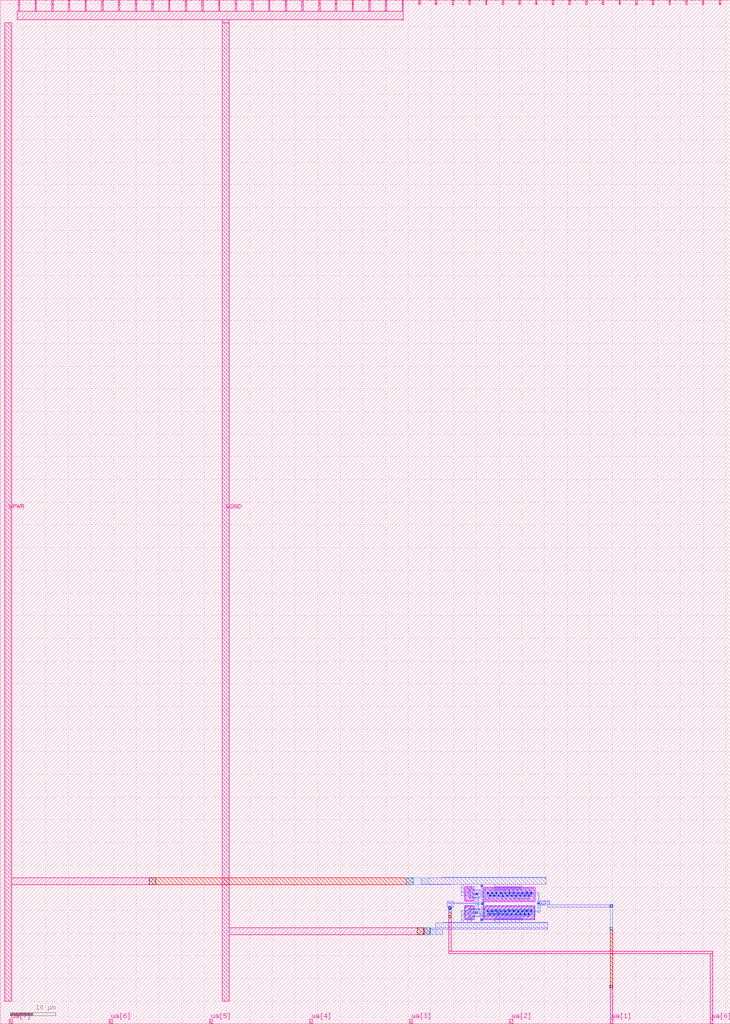
<source format=lef>
VERSION 5.7 ;
  NOWIREEXTENSIONATPIN ON ;
  DIVIDERCHAR "/" ;
  BUSBITCHARS "[]" ;
MACRO tt_um_mattvenn_inverter
  CLASS BLOCK ;
  FOREIGN tt_um_mattvenn_inverter ;
  ORIGIN 0.000 0.000 ;
  SIZE 161.000 BY 225.760 ;
  PIN clk
    DIRECTION INPUT ;
    USE SIGNAL ;
    PORT
      LAYER met4 ;
        RECT 154.870 224.760 155.170 225.760 ;
    END
  END clk
  PIN ena
    DIRECTION INPUT ;
    USE SIGNAL ;
    PORT
      LAYER met4 ;
        RECT 158.550 224.760 158.850 225.760 ;
    END
  END ena
  PIN rst_n
    DIRECTION INPUT ;
    USE SIGNAL ;
    PORT
      LAYER met4 ;
        RECT 151.190 224.760 151.490 225.760 ;
    END
  END rst_n
  PIN ua[0]
    DIRECTION INOUT ;
    USE SIGNAL ;
    ANTENNAGATEAREA 0.300000 ;
    PORT
      LAYER met4 ;
        RECT 156.560 0.000 157.160 1.000 ;
    END
  END ua[0]
  PIN ua[1]
    DIRECTION INOUT ;
    USE SIGNAL ;
    ANTENNADIFFAREA 7.180000 ;
    PORT
      LAYER met4 ;
        RECT 134.480 0.000 135.080 1.000 ;
    END
  END ua[1]
  PIN ua[2]
    DIRECTION INOUT ;
    USE SIGNAL ;
    PORT
      LAYER met4 ;
        RECT 112.400 0.000 113.000 1.000 ;
    END
  END ua[2]
  PIN ua[3]
    DIRECTION INOUT ;
    USE SIGNAL ;
    PORT
      LAYER met4 ;
        RECT 90.320 0.000 90.920 1.000 ;
    END
  END ua[3]
  PIN ua[4]
    DIRECTION INOUT ;
    USE SIGNAL ;
    PORT
      LAYER met4 ;
        RECT 68.240 0.000 68.840 1.000 ;
    END
  END ua[4]
  PIN ua[5]
    DIRECTION INOUT ;
    USE SIGNAL ;
    PORT
      LAYER met4 ;
        RECT 46.160 0.000 46.760 1.000 ;
    END
  END ua[5]
  PIN ua[6]
    DIRECTION INOUT ;
    USE SIGNAL ;
    PORT
      LAYER met4 ;
        RECT 24.080 0.000 24.680 1.000 ;
    END
  END ua[6]
  PIN ua[7]
    DIRECTION INOUT ;
    USE SIGNAL ;
    PORT
      LAYER met4 ;
        RECT 2.000 0.000 2.600 1.000 ;
    END
  END ua[7]
  PIN ui_in[0]
    DIRECTION INPUT ;
    USE SIGNAL ;
    PORT
      LAYER met4 ;
        RECT 147.510 224.760 147.810 225.760 ;
    END
  END ui_in[0]
  PIN ui_in[1]
    DIRECTION INPUT ;
    USE SIGNAL ;
    PORT
      LAYER met4 ;
        RECT 143.830 224.760 144.130 225.760 ;
    END
  END ui_in[1]
  PIN ui_in[2]
    DIRECTION INPUT ;
    USE SIGNAL ;
    PORT
      LAYER met4 ;
        RECT 140.150 224.760 140.450 225.760 ;
    END
  END ui_in[2]
  PIN ui_in[3]
    DIRECTION INPUT ;
    USE SIGNAL ;
    PORT
      LAYER met4 ;
        RECT 136.470 224.760 136.770 225.760 ;
    END
  END ui_in[3]
  PIN ui_in[4]
    DIRECTION INPUT ;
    USE SIGNAL ;
    PORT
      LAYER met4 ;
        RECT 132.790 224.760 133.090 225.760 ;
    END
  END ui_in[4]
  PIN ui_in[5]
    DIRECTION INPUT ;
    USE SIGNAL ;
    PORT
      LAYER met4 ;
        RECT 129.110 224.760 129.410 225.760 ;
    END
  END ui_in[5]
  PIN ui_in[6]
    DIRECTION INPUT ;
    USE SIGNAL ;
    PORT
      LAYER met4 ;
        RECT 125.430 224.760 125.730 225.760 ;
    END
  END ui_in[6]
  PIN ui_in[7]
    DIRECTION INPUT ;
    USE SIGNAL ;
    PORT
      LAYER met4 ;
        RECT 121.750 224.760 122.050 225.760 ;
    END
  END ui_in[7]
  PIN uio_in[0]
    DIRECTION INPUT ;
    USE SIGNAL ;
    PORT
      LAYER met4 ;
        RECT 118.070 224.760 118.370 225.760 ;
    END
  END uio_in[0]
  PIN uio_in[1]
    DIRECTION INPUT ;
    USE SIGNAL ;
    PORT
      LAYER met4 ;
        RECT 114.390 224.760 114.690 225.760 ;
    END
  END uio_in[1]
  PIN uio_in[2]
    DIRECTION INPUT ;
    USE SIGNAL ;
    PORT
      LAYER met4 ;
        RECT 110.710 224.760 111.010 225.760 ;
    END
  END uio_in[2]
  PIN uio_in[3]
    DIRECTION INPUT ;
    USE SIGNAL ;
    PORT
      LAYER met4 ;
        RECT 107.030 224.760 107.330 225.760 ;
    END
  END uio_in[3]
  PIN uio_in[4]
    DIRECTION INPUT ;
    USE SIGNAL ;
    PORT
      LAYER met4 ;
        RECT 103.350 224.760 103.650 225.760 ;
    END
  END uio_in[4]
  PIN uio_in[5]
    DIRECTION INPUT ;
    USE SIGNAL ;
    PORT
      LAYER met4 ;
        RECT 99.670 224.760 99.970 225.760 ;
    END
  END uio_in[5]
  PIN uio_in[6]
    DIRECTION INPUT ;
    USE SIGNAL ;
    PORT
      LAYER met4 ;
        RECT 95.990 224.760 96.290 225.760 ;
    END
  END uio_in[6]
  PIN uio_in[7]
    DIRECTION INPUT ;
    USE SIGNAL ;
    PORT
      LAYER met4 ;
        RECT 92.310 224.760 92.610 225.760 ;
    END
  END uio_in[7]
  PIN uio_oe[0]
    DIRECTION OUTPUT ;
    USE SIGNAL ;
    ANTENNADIFFAREA 9.526400 ;
    PORT
      LAYER met4 ;
        RECT 29.750 224.760 30.050 225.760 ;
    END
  END uio_oe[0]
  PIN uio_oe[1]
    DIRECTION OUTPUT ;
    USE SIGNAL ;
    ANTENNADIFFAREA 9.526400 ;
    PORT
      LAYER met4 ;
        RECT 26.070 224.760 26.370 225.760 ;
    END
  END uio_oe[1]
  PIN uio_oe[2]
    DIRECTION OUTPUT ;
    USE SIGNAL ;
    ANTENNADIFFAREA 9.526400 ;
    PORT
      LAYER met4 ;
        RECT 22.390 224.760 22.690 225.760 ;
    END
  END uio_oe[2]
  PIN uio_oe[3]
    DIRECTION OUTPUT ;
    USE SIGNAL ;
    ANTENNADIFFAREA 9.526400 ;
    PORT
      LAYER met4 ;
        RECT 18.710 224.760 19.010 225.760 ;
    END
  END uio_oe[3]
  PIN uio_oe[4]
    DIRECTION OUTPUT ;
    USE SIGNAL ;
    ANTENNADIFFAREA 9.526400 ;
    PORT
      LAYER met4 ;
        RECT 15.030 224.760 15.330 225.760 ;
    END
  END uio_oe[4]
  PIN uio_oe[5]
    DIRECTION OUTPUT ;
    USE SIGNAL ;
    ANTENNADIFFAREA 9.526400 ;
    PORT
      LAYER met4 ;
        RECT 11.350 224.760 11.650 225.760 ;
    END
  END uio_oe[5]
  PIN uio_oe[6]
    DIRECTION OUTPUT ;
    USE SIGNAL ;
    ANTENNADIFFAREA 9.526400 ;
    PORT
      LAYER met4 ;
        RECT 7.670 224.760 7.970 225.760 ;
    END
  END uio_oe[6]
  PIN uio_oe[7]
    DIRECTION OUTPUT ;
    USE SIGNAL ;
    ANTENNADIFFAREA 9.526400 ;
    PORT
      LAYER met4 ;
        RECT 3.990 224.760 4.290 225.760 ;
    END
  END uio_oe[7]
  PIN uio_out[0]
    DIRECTION OUTPUT ;
    USE SIGNAL ;
    ANTENNADIFFAREA 9.526400 ;
    PORT
      LAYER met4 ;
        RECT 59.190 224.760 59.490 225.760 ;
    END
  END uio_out[0]
  PIN uio_out[1]
    DIRECTION OUTPUT ;
    USE SIGNAL ;
    ANTENNADIFFAREA 9.526400 ;
    PORT
      LAYER met4 ;
        RECT 55.510 224.760 55.810 225.760 ;
    END
  END uio_out[1]
  PIN uio_out[2]
    DIRECTION OUTPUT ;
    USE SIGNAL ;
    ANTENNADIFFAREA 9.526400 ;
    PORT
      LAYER met4 ;
        RECT 51.830 224.760 52.130 225.760 ;
    END
  END uio_out[2]
  PIN uio_out[3]
    DIRECTION OUTPUT ;
    USE SIGNAL ;
    ANTENNADIFFAREA 9.526400 ;
    PORT
      LAYER met4 ;
        RECT 48.150 224.760 48.450 225.760 ;
    END
  END uio_out[3]
  PIN uio_out[4]
    DIRECTION OUTPUT ;
    USE SIGNAL ;
    ANTENNADIFFAREA 9.526400 ;
    PORT
      LAYER met4 ;
        RECT 44.470 224.760 44.770 225.760 ;
    END
  END uio_out[4]
  PIN uio_out[5]
    DIRECTION OUTPUT ;
    USE SIGNAL ;
    ANTENNADIFFAREA 9.526400 ;
    PORT
      LAYER met4 ;
        RECT 40.790 224.760 41.090 225.760 ;
    END
  END uio_out[5]
  PIN uio_out[6]
    DIRECTION OUTPUT ;
    USE SIGNAL ;
    ANTENNADIFFAREA 9.526400 ;
    PORT
      LAYER met4 ;
        RECT 37.110 224.760 37.410 225.760 ;
    END
  END uio_out[6]
  PIN uio_out[7]
    DIRECTION OUTPUT ;
    USE SIGNAL ;
    ANTENNADIFFAREA 9.526400 ;
    PORT
      LAYER met4 ;
        RECT 33.430 224.760 33.730 225.760 ;
    END
  END uio_out[7]
  PIN uo_out[0]
    DIRECTION OUTPUT ;
    USE SIGNAL ;
    ANTENNADIFFAREA 9.526400 ;
    PORT
      LAYER met4 ;
        RECT 88.630 224.760 88.930 225.760 ;
    END
  END uo_out[0]
  PIN uo_out[1]
    DIRECTION OUTPUT ;
    USE SIGNAL ;
    ANTENNADIFFAREA 9.526400 ;
    PORT
      LAYER met4 ;
        RECT 84.950 224.760 85.250 225.760 ;
    END
  END uo_out[1]
  PIN uo_out[2]
    DIRECTION OUTPUT ;
    USE SIGNAL ;
    ANTENNADIFFAREA 9.526400 ;
    PORT
      LAYER met4 ;
        RECT 81.270 224.760 81.570 225.760 ;
    END
  END uo_out[2]
  PIN uo_out[3]
    DIRECTION OUTPUT ;
    USE SIGNAL ;
    ANTENNADIFFAREA 9.526400 ;
    PORT
      LAYER met4 ;
        RECT 77.590 224.760 77.890 225.760 ;
    END
  END uo_out[3]
  PIN uo_out[4]
    DIRECTION OUTPUT ;
    USE SIGNAL ;
    ANTENNADIFFAREA 9.526400 ;
    PORT
      LAYER met4 ;
        RECT 73.910 224.760 74.210 225.760 ;
    END
  END uo_out[4]
  PIN uo_out[5]
    DIRECTION OUTPUT ;
    USE SIGNAL ;
    ANTENNADIFFAREA 9.526400 ;
    PORT
      LAYER met4 ;
        RECT 70.230 224.760 70.530 225.760 ;
    END
  END uo_out[5]
  PIN uo_out[6]
    DIRECTION OUTPUT ;
    USE SIGNAL ;
    ANTENNADIFFAREA 9.526400 ;
    PORT
      LAYER met4 ;
        RECT 66.550 224.760 66.850 225.760 ;
    END
  END uo_out[6]
  PIN uo_out[7]
    DIRECTION OUTPUT ;
    USE SIGNAL ;
    ANTENNADIFFAREA 9.526400 ;
    PORT
      LAYER met4 ;
        RECT 62.870 224.760 63.170 225.760 ;
    END
  END uo_out[7]
  PIN VPWR
    DIRECTION INOUT ;
    USE POWER ;
    PORT
      LAYER met4 ;
        RECT 1.000 5.000 2.500 220.760 ;
    END
  END VPWR
  PIN VGND
    DIRECTION INOUT ;
    USE GROUND ;
    PORT
      LAYER met4 ;
        RECT 49.000 5.000 50.500 220.760 ;
    END
  END VGND
  OBS
      LAYER nwell ;
        RECT 102.410 26.970 104.520 30.160 ;
        RECT 106.680 26.920 117.950 30.110 ;
      LAYER pwell ;
        RECT 102.390 22.970 104.500 26.070 ;
        RECT 106.650 22.930 117.920 26.030 ;
      LAYER li1 ;
        RECT 103.150 29.980 103.750 30.020 ;
        RECT 102.590 29.810 104.340 29.980 ;
        RECT 109.070 29.930 114.840 29.970 ;
        RECT 102.590 27.320 102.760 29.810 ;
        RECT 103.150 29.800 103.750 29.810 ;
        RECT 103.300 29.300 103.630 29.470 ;
        RECT 103.160 28.045 103.330 29.085 ;
        RECT 103.600 28.045 103.770 29.085 ;
        RECT 103.300 27.660 103.630 27.830 ;
        RECT 104.170 27.320 104.340 29.810 ;
        RECT 102.590 27.150 104.340 27.320 ;
        RECT 106.860 29.760 117.770 29.930 ;
        RECT 106.860 27.270 107.030 29.760 ;
        RECT 109.070 29.730 114.840 29.760 ;
        RECT 108.070 29.250 108.400 29.420 ;
        RECT 109.030 29.250 109.360 29.420 ;
        RECT 109.990 29.250 110.320 29.420 ;
        RECT 110.950 29.250 111.280 29.420 ;
        RECT 111.910 29.250 112.240 29.420 ;
        RECT 112.870 29.250 113.200 29.420 ;
        RECT 113.830 29.250 114.160 29.420 ;
        RECT 114.790 29.250 115.120 29.420 ;
        RECT 115.750 29.250 116.080 29.420 ;
        RECT 116.710 29.250 117.040 29.420 ;
        RECT 107.430 27.995 107.600 29.035 ;
        RECT 107.910 27.995 108.080 29.035 ;
        RECT 108.390 27.995 108.560 29.035 ;
        RECT 108.870 27.995 109.040 29.035 ;
        RECT 109.350 27.995 109.520 29.035 ;
        RECT 109.830 27.995 110.000 29.035 ;
        RECT 110.310 27.995 110.480 29.035 ;
        RECT 110.790 27.995 110.960 29.035 ;
        RECT 111.270 27.995 111.440 29.035 ;
        RECT 111.750 27.995 111.920 29.035 ;
        RECT 112.230 27.995 112.400 29.035 ;
        RECT 112.710 27.995 112.880 29.035 ;
        RECT 113.190 27.995 113.360 29.035 ;
        RECT 113.670 27.995 113.840 29.035 ;
        RECT 114.150 27.995 114.320 29.035 ;
        RECT 114.630 27.995 114.800 29.035 ;
        RECT 115.110 27.995 115.280 29.035 ;
        RECT 115.590 27.995 115.760 29.035 ;
        RECT 116.070 27.995 116.240 29.035 ;
        RECT 116.550 27.995 116.720 29.035 ;
        RECT 117.030 27.995 117.200 29.035 ;
        RECT 107.590 27.610 107.920 27.780 ;
        RECT 108.550 27.610 108.880 27.780 ;
        RECT 109.510 27.610 109.840 27.780 ;
        RECT 110.470 27.610 110.800 27.780 ;
        RECT 111.430 27.610 111.760 27.780 ;
        RECT 112.390 27.610 112.720 27.780 ;
        RECT 113.350 27.610 113.680 27.780 ;
        RECT 114.310 27.610 114.640 27.780 ;
        RECT 115.270 27.610 115.600 27.780 ;
        RECT 116.230 27.610 116.560 27.780 ;
        RECT 117.600 27.270 117.770 29.760 ;
        RECT 106.860 27.100 117.770 27.270 ;
        RECT 102.570 25.720 104.320 25.890 ;
        RECT 102.570 23.320 102.740 25.720 ;
        RECT 103.280 25.210 103.610 25.380 ;
        RECT 103.140 24.000 103.310 25.040 ;
        RECT 103.580 24.000 103.750 25.040 ;
        RECT 103.280 23.660 103.610 23.830 ;
        RECT 103.180 23.320 103.730 23.340 ;
        RECT 104.150 23.320 104.320 25.720 ;
        RECT 102.570 23.150 104.320 23.320 ;
        RECT 106.830 25.680 117.740 25.850 ;
        RECT 106.830 23.280 107.000 25.680 ;
        RECT 108.040 25.170 108.370 25.340 ;
        RECT 109.000 25.170 109.330 25.340 ;
        RECT 109.960 25.170 110.290 25.340 ;
        RECT 110.920 25.170 111.250 25.340 ;
        RECT 111.880 25.170 112.210 25.340 ;
        RECT 112.840 25.170 113.170 25.340 ;
        RECT 113.800 25.170 114.130 25.340 ;
        RECT 114.760 25.170 115.090 25.340 ;
        RECT 115.720 25.170 116.050 25.340 ;
        RECT 116.680 25.170 117.010 25.340 ;
        RECT 107.400 23.960 107.570 25.000 ;
        RECT 107.880 23.960 108.050 25.000 ;
        RECT 108.360 23.960 108.530 25.000 ;
        RECT 108.840 23.960 109.010 25.000 ;
        RECT 109.320 23.960 109.490 25.000 ;
        RECT 109.800 23.960 109.970 25.000 ;
        RECT 110.280 23.960 110.450 25.000 ;
        RECT 110.760 23.960 110.930 25.000 ;
        RECT 111.240 23.960 111.410 25.000 ;
        RECT 111.720 23.960 111.890 25.000 ;
        RECT 112.200 23.960 112.370 25.000 ;
        RECT 112.680 23.960 112.850 25.000 ;
        RECT 113.160 23.960 113.330 25.000 ;
        RECT 113.640 23.960 113.810 25.000 ;
        RECT 114.120 23.960 114.290 25.000 ;
        RECT 114.600 23.960 114.770 25.000 ;
        RECT 115.080 23.960 115.250 25.000 ;
        RECT 115.560 23.960 115.730 25.000 ;
        RECT 116.040 23.960 116.210 25.000 ;
        RECT 116.520 23.960 116.690 25.000 ;
        RECT 117.000 23.960 117.170 25.000 ;
        RECT 107.560 23.620 107.890 23.790 ;
        RECT 108.520 23.620 108.850 23.790 ;
        RECT 109.480 23.620 109.810 23.790 ;
        RECT 110.440 23.620 110.770 23.790 ;
        RECT 111.400 23.620 111.730 23.790 ;
        RECT 112.360 23.620 112.690 23.790 ;
        RECT 113.320 23.620 113.650 23.790 ;
        RECT 114.280 23.620 114.610 23.790 ;
        RECT 115.240 23.620 115.570 23.790 ;
        RECT 116.200 23.620 116.530 23.790 ;
        RECT 109.200 23.280 114.880 23.310 ;
        RECT 117.570 23.280 117.740 25.680 ;
        RECT 103.180 23.130 103.730 23.150 ;
        RECT 106.830 23.110 117.740 23.280 ;
        RECT 109.200 23.050 114.880 23.110 ;
      LAYER mcon ;
        RECT 103.380 29.300 103.550 29.470 ;
        RECT 103.160 28.125 103.330 29.005 ;
        RECT 103.600 28.125 103.770 29.005 ;
        RECT 103.380 27.660 103.550 27.830 ;
        RECT 108.150 29.250 108.320 29.420 ;
        RECT 109.110 29.250 109.280 29.420 ;
        RECT 110.070 29.250 110.240 29.420 ;
        RECT 111.030 29.250 111.200 29.420 ;
        RECT 111.990 29.250 112.160 29.420 ;
        RECT 112.950 29.250 113.120 29.420 ;
        RECT 113.910 29.250 114.080 29.420 ;
        RECT 114.870 29.250 115.040 29.420 ;
        RECT 115.830 29.250 116.000 29.420 ;
        RECT 116.790 29.250 116.960 29.420 ;
        RECT 107.430 28.075 107.600 28.955 ;
        RECT 107.910 28.075 108.080 28.955 ;
        RECT 108.390 28.075 108.560 28.955 ;
        RECT 108.870 28.075 109.040 28.955 ;
        RECT 109.350 28.075 109.520 28.955 ;
        RECT 109.830 28.075 110.000 28.955 ;
        RECT 110.310 28.075 110.480 28.955 ;
        RECT 110.790 28.075 110.960 28.955 ;
        RECT 111.270 28.075 111.440 28.955 ;
        RECT 111.750 28.075 111.920 28.955 ;
        RECT 112.230 28.075 112.400 28.955 ;
        RECT 112.710 28.075 112.880 28.955 ;
        RECT 113.190 28.075 113.360 28.955 ;
        RECT 113.670 28.075 113.840 28.955 ;
        RECT 114.150 28.075 114.320 28.955 ;
        RECT 114.630 28.075 114.800 28.955 ;
        RECT 115.110 28.075 115.280 28.955 ;
        RECT 115.590 28.075 115.760 28.955 ;
        RECT 116.070 28.075 116.240 28.955 ;
        RECT 116.550 28.075 116.720 28.955 ;
        RECT 117.030 28.075 117.200 28.955 ;
        RECT 107.670 27.610 107.840 27.780 ;
        RECT 108.630 27.610 108.800 27.780 ;
        RECT 109.590 27.610 109.760 27.780 ;
        RECT 110.550 27.610 110.720 27.780 ;
        RECT 111.510 27.610 111.680 27.780 ;
        RECT 112.470 27.610 112.640 27.780 ;
        RECT 113.430 27.610 113.600 27.780 ;
        RECT 114.390 27.610 114.560 27.780 ;
        RECT 115.350 27.610 115.520 27.780 ;
        RECT 116.310 27.610 116.480 27.780 ;
        RECT 103.360 25.210 103.530 25.380 ;
        RECT 103.140 24.080 103.310 24.960 ;
        RECT 103.580 24.080 103.750 24.960 ;
        RECT 103.360 23.660 103.530 23.830 ;
        RECT 108.120 25.170 108.290 25.340 ;
        RECT 109.080 25.170 109.250 25.340 ;
        RECT 110.040 25.170 110.210 25.340 ;
        RECT 111.000 25.170 111.170 25.340 ;
        RECT 111.960 25.170 112.130 25.340 ;
        RECT 112.920 25.170 113.090 25.340 ;
        RECT 113.880 25.170 114.050 25.340 ;
        RECT 114.840 25.170 115.010 25.340 ;
        RECT 115.800 25.170 115.970 25.340 ;
        RECT 116.760 25.170 116.930 25.340 ;
        RECT 107.400 24.040 107.570 24.920 ;
        RECT 107.880 24.040 108.050 24.920 ;
        RECT 108.360 24.040 108.530 24.920 ;
        RECT 108.840 24.040 109.010 24.920 ;
        RECT 109.320 24.040 109.490 24.920 ;
        RECT 109.800 24.040 109.970 24.920 ;
        RECT 110.280 24.040 110.450 24.920 ;
        RECT 110.760 24.040 110.930 24.920 ;
        RECT 111.240 24.040 111.410 24.920 ;
        RECT 111.720 24.040 111.890 24.920 ;
        RECT 112.200 24.040 112.370 24.920 ;
        RECT 112.680 24.040 112.850 24.920 ;
        RECT 113.160 24.040 113.330 24.920 ;
        RECT 113.640 24.040 113.810 24.920 ;
        RECT 114.120 24.040 114.290 24.920 ;
        RECT 114.600 24.040 114.770 24.920 ;
        RECT 115.080 24.040 115.250 24.920 ;
        RECT 115.560 24.040 115.730 24.920 ;
        RECT 116.040 24.040 116.210 24.920 ;
        RECT 116.520 24.040 116.690 24.920 ;
        RECT 117.000 24.040 117.170 24.920 ;
        RECT 107.640 23.620 107.810 23.790 ;
        RECT 108.600 23.620 108.770 23.790 ;
        RECT 109.560 23.620 109.730 23.790 ;
        RECT 110.520 23.620 110.690 23.790 ;
        RECT 111.480 23.620 111.650 23.790 ;
        RECT 112.440 23.620 112.610 23.790 ;
        RECT 113.400 23.620 113.570 23.790 ;
        RECT 114.360 23.620 114.530 23.790 ;
        RECT 115.320 23.620 115.490 23.790 ;
        RECT 116.280 23.620 116.450 23.790 ;
      LAYER met1 ;
        RECT 92.840 32.180 94.340 32.210 ;
        RECT 97.350 32.180 120.420 32.320 ;
        RECT 92.840 30.820 120.420 32.180 ;
        RECT 92.840 30.700 99.350 30.820 ;
        RECT 92.840 30.680 99.340 30.700 ;
        RECT 92.840 30.650 94.340 30.680 ;
        RECT 101.700 28.970 102.190 30.820 ;
        RECT 103.030 29.710 103.860 30.820 ;
        RECT 106.030 30.560 106.390 30.820 ;
        RECT 106.000 30.200 106.420 30.560 ;
        RECT 108.990 30.250 114.990 30.820 ;
        RECT 108.980 29.700 114.990 30.250 ;
        RECT 104.585 29.530 105.830 29.535 ;
        RECT 103.270 29.285 105.830 29.530 ;
        RECT 103.270 29.280 104.840 29.285 ;
        RECT 103.320 29.270 103.610 29.280 ;
        RECT 103.130 28.970 103.360 29.065 ;
        RECT 101.700 28.260 103.360 28.970 ;
        RECT 102.130 28.200 103.360 28.260 ;
        RECT 103.130 28.065 103.360 28.200 ;
        RECT 103.570 28.830 103.800 29.065 ;
        RECT 103.570 28.430 105.290 28.830 ;
        RECT 103.570 28.065 103.800 28.430 ;
        RECT 105.585 27.885 105.830 29.285 ;
        RECT 103.285 27.635 105.830 27.885 ;
        RECT 106.300 29.255 117.275 29.505 ;
        RECT 106.300 27.825 106.550 29.255 ;
        RECT 108.090 29.220 108.380 29.255 ;
        RECT 109.050 29.220 109.340 29.255 ;
        RECT 110.010 29.220 110.300 29.255 ;
        RECT 110.970 29.220 111.260 29.255 ;
        RECT 111.930 29.220 112.220 29.255 ;
        RECT 112.890 29.220 113.180 29.255 ;
        RECT 113.850 29.220 114.140 29.255 ;
        RECT 114.810 29.220 115.100 29.255 ;
        RECT 115.770 29.220 116.060 29.255 ;
        RECT 116.730 29.220 117.020 29.255 ;
        RECT 107.400 28.980 107.630 29.015 ;
        RECT 107.340 28.690 107.720 28.980 ;
        RECT 107.400 28.015 107.630 28.690 ;
        RECT 107.880 28.350 108.110 29.015 ;
        RECT 108.360 29.000 108.590 29.015 ;
        RECT 108.300 28.710 108.680 29.000 ;
        RECT 107.820 28.080 108.180 28.350 ;
        RECT 107.880 28.015 108.110 28.080 ;
        RECT 108.360 28.015 108.590 28.710 ;
        RECT 108.840 28.370 109.070 29.015 ;
        RECT 109.320 29.010 109.550 29.015 ;
        RECT 109.230 28.700 109.600 29.010 ;
        RECT 108.780 28.100 109.140 28.370 ;
        RECT 108.840 28.015 109.070 28.100 ;
        RECT 109.320 28.015 109.550 28.700 ;
        RECT 109.800 28.350 110.030 29.015 ;
        RECT 110.280 28.990 110.510 29.015 ;
        RECT 110.240 28.680 110.610 28.990 ;
        RECT 109.730 28.080 110.090 28.350 ;
        RECT 109.800 28.015 110.030 28.080 ;
        RECT 110.280 28.015 110.510 28.680 ;
        RECT 110.760 28.330 110.990 29.015 ;
        RECT 111.240 28.990 111.470 29.015 ;
        RECT 111.180 28.680 111.550 28.990 ;
        RECT 110.670 28.060 111.030 28.330 ;
        RECT 110.760 28.015 110.990 28.060 ;
        RECT 111.240 28.015 111.470 28.680 ;
        RECT 111.720 28.360 111.950 29.015 ;
        RECT 112.200 29.010 112.430 29.015 ;
        RECT 112.160 28.700 112.530 29.010 ;
        RECT 111.650 28.090 112.010 28.360 ;
        RECT 111.720 28.015 111.950 28.090 ;
        RECT 112.200 28.015 112.430 28.700 ;
        RECT 112.680 28.340 112.910 29.015 ;
        RECT 113.080 28.710 113.450 29.020 ;
        RECT 112.620 28.070 112.980 28.340 ;
        RECT 112.680 28.015 112.910 28.070 ;
        RECT 113.160 28.015 113.390 28.710 ;
        RECT 113.640 28.320 113.870 29.015 ;
        RECT 114.120 28.970 114.350 29.015 ;
        RECT 114.060 28.660 114.430 28.970 ;
        RECT 113.580 28.050 113.940 28.320 ;
        RECT 113.640 28.015 113.870 28.050 ;
        RECT 114.120 28.015 114.350 28.660 ;
        RECT 114.600 28.340 114.830 29.015 ;
        RECT 115.080 28.990 115.310 29.015 ;
        RECT 115.020 28.680 115.390 28.990 ;
        RECT 114.560 28.070 114.920 28.340 ;
        RECT 114.600 28.015 114.830 28.070 ;
        RECT 115.080 28.015 115.310 28.680 ;
        RECT 115.560 28.340 115.790 29.015 ;
        RECT 115.980 28.710 116.350 29.020 ;
        RECT 115.520 28.070 115.880 28.340 ;
        RECT 115.560 28.015 115.790 28.070 ;
        RECT 116.040 28.015 116.270 28.710 ;
        RECT 116.520 28.340 116.750 29.015 ;
        RECT 116.940 28.710 117.310 29.020 ;
        RECT 116.440 28.070 116.800 28.340 ;
        RECT 116.520 28.015 116.750 28.070 ;
        RECT 117.000 28.015 117.230 28.710 ;
        RECT 106.245 27.745 106.550 27.825 ;
        RECT 107.610 27.745 107.900 27.810 ;
        RECT 108.570 27.745 108.860 27.810 ;
        RECT 109.530 27.745 109.820 27.810 ;
        RECT 110.490 27.745 110.780 27.810 ;
        RECT 111.450 27.745 111.740 27.810 ;
        RECT 112.410 27.745 112.700 27.810 ;
        RECT 113.370 27.745 113.660 27.810 ;
        RECT 114.330 27.745 114.620 27.810 ;
        RECT 115.290 27.745 115.580 27.810 ;
        RECT 116.250 27.745 116.540 27.810 ;
        RECT 103.320 27.630 103.610 27.635 ;
        RECT 98.550 26.685 100.040 27.030 ;
        RECT 105.265 26.685 105.515 27.635 ;
        RECT 106.245 27.495 116.845 27.745 ;
        RECT 106.245 26.760 106.495 27.495 ;
        RECT 119.240 27.110 120.240 27.180 ;
        RECT 119.240 26.890 121.200 27.110 ;
        RECT 98.550 26.435 105.515 26.685 ;
        RECT 98.550 25.690 100.040 26.435 ;
        RECT 98.860 25.330 99.520 25.690 ;
        RECT 103.290 25.400 103.960 25.430 ;
        RECT 105.265 25.400 105.515 26.435 ;
        RECT 106.240 26.300 106.640 26.760 ;
        RECT 118.400 26.510 121.200 26.890 ;
        RECT 118.400 26.360 120.240 26.510 ;
        RECT 106.245 25.400 106.495 26.300 ;
        RECT 119.240 26.180 120.240 26.360 ;
        RECT 120.600 26.270 121.200 26.510 ;
        RECT 134.480 26.270 135.080 26.300 ;
        RECT 120.600 25.670 135.080 26.270 ;
        RECT 134.480 25.640 135.080 25.670 ;
        RECT 103.290 25.210 105.890 25.400 ;
        RECT 103.300 25.180 103.590 25.210 ;
        RECT 103.740 25.170 105.890 25.210 ;
        RECT 104.760 25.150 105.890 25.170 ;
        RECT 106.245 25.160 117.315 25.400 ;
        RECT 106.245 25.150 115.070 25.160 ;
        RECT 115.360 25.150 117.315 25.160 ;
        RECT 103.110 24.970 103.340 25.020 ;
        RECT 102.040 24.870 103.340 24.970 ;
        RECT 101.700 24.200 103.340 24.870 ;
        RECT 101.700 22.340 102.160 24.200 ;
        RECT 103.110 24.020 103.340 24.200 ;
        RECT 103.550 24.720 103.780 25.020 ;
        RECT 103.550 24.320 105.290 24.720 ;
        RECT 103.550 24.020 103.780 24.320 ;
        RECT 103.300 23.835 103.590 23.860 ;
        RECT 105.635 23.835 105.885 25.150 ;
        RECT 106.245 23.835 106.495 25.150 ;
        RECT 108.060 25.140 108.350 25.150 ;
        RECT 109.020 25.140 109.310 25.150 ;
        RECT 109.980 25.140 110.270 25.150 ;
        RECT 110.940 25.140 111.230 25.150 ;
        RECT 111.900 25.140 112.190 25.150 ;
        RECT 112.860 25.140 113.150 25.150 ;
        RECT 113.820 25.140 114.110 25.150 ;
        RECT 114.780 25.140 115.070 25.150 ;
        RECT 115.740 25.140 116.030 25.150 ;
        RECT 116.700 25.140 116.990 25.150 ;
        RECT 107.370 24.950 107.600 24.980 ;
        RECT 107.310 24.660 107.690 24.950 ;
        RECT 107.370 23.980 107.600 24.660 ;
        RECT 107.850 24.320 108.080 24.980 ;
        RECT 108.330 24.970 108.560 24.980 ;
        RECT 108.270 24.680 108.650 24.970 ;
        RECT 107.790 24.050 108.150 24.320 ;
        RECT 107.850 23.980 108.080 24.050 ;
        RECT 108.330 23.980 108.560 24.680 ;
        RECT 108.810 24.340 109.040 24.980 ;
        RECT 109.200 24.670 109.570 24.980 ;
        RECT 108.750 24.070 109.110 24.340 ;
        RECT 108.810 23.980 109.040 24.070 ;
        RECT 109.290 23.980 109.520 24.670 ;
        RECT 109.770 24.320 110.000 24.980 ;
        RECT 110.250 24.960 110.480 24.980 ;
        RECT 110.210 24.650 110.580 24.960 ;
        RECT 109.700 24.050 110.060 24.320 ;
        RECT 109.770 23.980 110.000 24.050 ;
        RECT 110.250 23.980 110.480 24.650 ;
        RECT 110.730 24.300 110.960 24.980 ;
        RECT 111.210 24.960 111.440 24.980 ;
        RECT 111.150 24.650 111.520 24.960 ;
        RECT 110.640 24.030 111.000 24.300 ;
        RECT 110.730 23.980 110.960 24.030 ;
        RECT 111.210 23.980 111.440 24.650 ;
        RECT 111.690 24.330 111.920 24.980 ;
        RECT 112.130 24.670 112.500 24.980 ;
        RECT 111.620 24.060 111.980 24.330 ;
        RECT 111.690 23.980 111.920 24.060 ;
        RECT 112.170 23.980 112.400 24.670 ;
        RECT 112.650 24.310 112.880 24.980 ;
        RECT 113.050 24.680 113.420 24.990 ;
        RECT 112.590 24.040 112.950 24.310 ;
        RECT 112.650 23.980 112.880 24.040 ;
        RECT 113.130 23.980 113.360 24.680 ;
        RECT 113.610 24.290 113.840 24.980 ;
        RECT 114.090 24.940 114.320 24.980 ;
        RECT 114.030 24.630 114.400 24.940 ;
        RECT 113.550 24.020 113.910 24.290 ;
        RECT 113.610 23.980 113.840 24.020 ;
        RECT 114.090 23.980 114.320 24.630 ;
        RECT 114.570 24.310 114.800 24.980 ;
        RECT 115.050 24.960 115.280 24.980 ;
        RECT 114.990 24.650 115.360 24.960 ;
        RECT 114.530 24.040 114.890 24.310 ;
        RECT 114.570 23.980 114.800 24.040 ;
        RECT 115.050 23.980 115.280 24.650 ;
        RECT 115.530 24.310 115.760 24.980 ;
        RECT 115.950 24.680 116.320 24.990 ;
        RECT 115.490 24.040 115.850 24.310 ;
        RECT 115.530 23.980 115.760 24.040 ;
        RECT 116.010 23.980 116.240 24.680 ;
        RECT 116.490 24.310 116.720 24.980 ;
        RECT 116.910 24.680 117.280 24.990 ;
        RECT 116.410 24.040 116.770 24.310 ;
        RECT 116.490 23.980 116.720 24.040 ;
        RECT 116.970 23.980 117.200 24.680 ;
        RECT 103.265 23.585 105.890 23.835 ;
        RECT 106.245 23.595 116.915 23.835 ;
        RECT 106.400 23.585 116.915 23.595 ;
        RECT 103.070 23.310 103.830 23.380 ;
        RECT 103.060 22.340 103.830 23.310 ;
        RECT 105.980 22.780 106.400 23.140 ;
        RECT 106.010 22.340 106.370 22.780 ;
        RECT 108.990 22.340 114.990 23.340 ;
        RECT 97.700 22.290 120.770 22.340 ;
        RECT 96.100 21.180 120.770 22.290 ;
        RECT 94.680 20.840 120.770 21.180 ;
        RECT 94.680 20.790 99.360 20.840 ;
        RECT 94.680 19.650 97.600 20.790 ;
        RECT 94.680 19.620 96.180 19.650 ;
      LAYER via ;
        RECT 106.030 30.200 106.390 30.560 ;
        RECT 104.860 28.430 105.260 28.830 ;
        RECT 107.390 28.690 107.670 28.980 ;
        RECT 108.350 28.710 108.630 29.000 ;
        RECT 107.870 28.080 108.130 28.350 ;
        RECT 109.280 28.700 109.550 29.010 ;
        RECT 108.830 28.100 109.090 28.370 ;
        RECT 110.290 28.680 110.560 28.990 ;
        RECT 109.780 28.080 110.040 28.350 ;
        RECT 111.230 28.680 111.500 28.990 ;
        RECT 110.720 28.060 110.980 28.330 ;
        RECT 112.210 28.700 112.480 29.010 ;
        RECT 111.700 28.090 111.960 28.360 ;
        RECT 113.130 28.710 113.400 29.020 ;
        RECT 112.670 28.070 112.930 28.340 ;
        RECT 114.110 28.660 114.380 28.970 ;
        RECT 113.630 28.050 113.890 28.320 ;
        RECT 115.070 28.680 115.340 28.990 ;
        RECT 114.610 28.070 114.870 28.340 ;
        RECT 116.030 28.710 116.300 29.020 ;
        RECT 115.570 28.070 115.830 28.340 ;
        RECT 116.990 28.710 117.260 29.020 ;
        RECT 116.490 28.070 116.750 28.340 ;
        RECT 98.890 25.330 99.490 25.930 ;
        RECT 106.240 26.330 106.640 26.730 ;
        RECT 118.610 26.480 118.870 26.740 ;
        RECT 134.480 25.670 135.080 26.270 ;
        RECT 104.860 24.320 105.260 24.720 ;
        RECT 107.360 24.660 107.640 24.950 ;
        RECT 108.320 24.680 108.600 24.970 ;
        RECT 107.840 24.050 108.100 24.320 ;
        RECT 109.250 24.670 109.520 24.980 ;
        RECT 108.800 24.070 109.060 24.340 ;
        RECT 110.260 24.650 110.530 24.960 ;
        RECT 109.750 24.050 110.010 24.320 ;
        RECT 111.200 24.650 111.470 24.960 ;
        RECT 110.690 24.030 110.950 24.300 ;
        RECT 112.180 24.670 112.450 24.980 ;
        RECT 111.670 24.060 111.930 24.330 ;
        RECT 113.100 24.680 113.370 24.990 ;
        RECT 112.640 24.040 112.900 24.310 ;
        RECT 114.080 24.630 114.350 24.940 ;
        RECT 113.600 24.020 113.860 24.290 ;
        RECT 115.040 24.650 115.310 24.960 ;
        RECT 114.580 24.040 114.840 24.310 ;
        RECT 116.000 24.680 116.270 24.990 ;
        RECT 115.540 24.040 115.800 24.310 ;
        RECT 116.960 24.680 117.230 24.990 ;
        RECT 116.460 24.040 116.720 24.310 ;
        RECT 106.010 22.780 106.370 23.140 ;
      LAYER met2 ;
        RECT 89.595 32.180 91.045 32.200 ;
        RECT 89.570 30.680 94.370 32.180 ;
        RECT 89.595 30.660 91.045 30.680 ;
        RECT 104.860 26.730 105.260 28.860 ;
        RECT 106.030 28.400 106.390 30.590 ;
        RECT 107.390 28.980 107.670 29.030 ;
        RECT 108.350 28.980 108.630 29.050 ;
        RECT 109.280 28.980 109.550 29.060 ;
        RECT 110.290 28.980 110.560 29.040 ;
        RECT 111.230 28.980 111.500 29.040 ;
        RECT 112.210 28.980 112.480 29.060 ;
        RECT 113.130 28.980 113.400 29.070 ;
        RECT 114.110 28.980 114.380 29.020 ;
        RECT 115.070 28.980 115.340 29.040 ;
        RECT 116.030 28.980 116.300 29.070 ;
        RECT 116.990 28.980 117.260 29.070 ;
        RECT 107.340 28.720 118.870 28.980 ;
        RECT 107.390 28.640 107.670 28.720 ;
        RECT 108.350 28.660 108.630 28.720 ;
        RECT 109.280 28.650 109.550 28.720 ;
        RECT 110.290 28.630 110.560 28.720 ;
        RECT 111.230 28.630 111.500 28.720 ;
        RECT 112.210 28.650 112.480 28.720 ;
        RECT 113.130 28.660 113.400 28.720 ;
        RECT 114.110 28.610 114.380 28.720 ;
        RECT 115.070 28.630 115.340 28.720 ;
        RECT 116.030 28.660 116.300 28.720 ;
        RECT 116.990 28.660 117.260 28.720 ;
        RECT 108.830 28.400 109.090 28.420 ;
        RECT 111.700 28.400 111.960 28.410 ;
        RECT 106.030 28.040 118.010 28.400 ;
        RECT 107.870 28.030 108.130 28.040 ;
        RECT 109.780 28.030 110.040 28.040 ;
        RECT 110.720 28.010 110.980 28.040 ;
        RECT 112.670 28.020 112.930 28.040 ;
        RECT 113.630 28.000 113.890 28.040 ;
        RECT 114.610 28.020 114.870 28.040 ;
        RECT 115.570 28.020 115.830 28.040 ;
        RECT 116.490 28.020 116.750 28.040 ;
        RECT 118.610 27.080 118.870 28.720 ;
        RECT 104.860 26.330 106.670 26.730 ;
        RECT 98.890 25.175 99.490 25.960 ;
        RECT 98.870 24.625 99.510 25.175 ;
        RECT 98.890 24.600 99.490 24.625 ;
        RECT 104.860 24.290 105.260 26.330 ;
        RECT 118.500 26.115 118.970 27.080 ;
        RECT 118.500 25.980 119.125 26.115 ;
        RECT 118.610 25.530 119.125 25.980 ;
        RECT 134.450 25.670 135.110 26.270 ;
        RECT 107.360 24.950 107.640 25.000 ;
        RECT 108.320 24.950 108.600 25.020 ;
        RECT 109.250 24.950 109.520 25.030 ;
        RECT 110.260 24.950 110.530 25.010 ;
        RECT 111.200 24.950 111.470 25.010 ;
        RECT 112.180 24.950 112.450 25.030 ;
        RECT 113.100 24.950 113.370 25.040 ;
        RECT 114.080 24.950 114.350 24.990 ;
        RECT 115.040 24.950 115.310 25.010 ;
        RECT 116.000 24.950 116.270 25.040 ;
        RECT 116.960 24.950 117.230 25.040 ;
        RECT 118.560 24.950 119.125 25.530 ;
        RECT 107.310 24.690 119.125 24.950 ;
        RECT 107.360 24.610 107.640 24.690 ;
        RECT 108.320 24.630 108.600 24.690 ;
        RECT 109.250 24.620 109.520 24.690 ;
        RECT 110.260 24.600 110.530 24.690 ;
        RECT 111.200 24.600 111.470 24.690 ;
        RECT 112.180 24.620 112.450 24.690 ;
        RECT 113.100 24.630 113.370 24.690 ;
        RECT 114.080 24.580 114.350 24.690 ;
        RECT 115.040 24.600 115.310 24.690 ;
        RECT 116.000 24.630 116.270 24.690 ;
        RECT 116.960 24.630 117.230 24.690 ;
        RECT 118.560 24.495 119.125 24.690 ;
        RECT 118.560 24.470 118.820 24.495 ;
        RECT 108.800 24.370 109.060 24.390 ;
        RECT 111.670 24.370 111.930 24.380 ;
        RECT 106.010 24.010 117.980 24.370 ;
        RECT 106.010 22.750 106.370 24.010 ;
        RECT 107.840 24.000 108.100 24.010 ;
        RECT 109.750 24.000 110.010 24.010 ;
        RECT 110.690 23.980 110.950 24.010 ;
        RECT 112.640 23.990 112.900 24.010 ;
        RECT 113.600 23.970 113.860 24.010 ;
        RECT 114.580 23.990 114.840 24.010 ;
        RECT 115.540 23.990 115.800 24.010 ;
        RECT 116.460 23.990 116.720 24.010 ;
        RECT 134.480 21.245 135.080 25.670 ;
        RECT 93.375 21.150 94.825 21.170 ;
        RECT 93.350 19.650 96.210 21.150 ;
        RECT 134.460 20.695 135.100 21.245 ;
        RECT 134.480 20.670 135.080 20.695 ;
        RECT 93.375 19.630 94.825 19.650 ;
      LAYER via2 ;
        RECT 89.595 30.705 91.045 32.155 ;
        RECT 98.915 24.625 99.465 25.175 ;
        RECT 93.375 19.675 94.825 21.125 ;
        RECT 134.505 20.695 135.055 21.245 ;
      LAYER met3 ;
        RECT 32.815 32.180 34.305 32.205 ;
        RECT 32.810 30.680 91.070 32.180 ;
        RECT 32.815 30.655 34.305 30.680 ;
        RECT 98.890 23.965 99.490 25.200 ;
        RECT 98.865 23.375 99.515 23.965 ;
        RECT 98.890 23.370 99.490 23.375 ;
        RECT 91.965 21.150 93.455 21.175 ;
        RECT 91.960 19.650 94.850 21.150 ;
        RECT 91.965 19.625 93.455 19.650 ;
        RECT 134.480 8.525 135.080 21.270 ;
        RECT 134.455 7.935 135.105 8.525 ;
        RECT 134.480 7.930 135.080 7.935 ;
      LAYER via3 ;
        RECT 32.815 30.685 34.305 32.175 ;
        RECT 98.895 23.375 99.485 23.965 ;
        RECT 91.965 19.655 93.455 21.145 ;
        RECT 134.485 7.935 135.075 8.525 ;
      LAYER met4 ;
        RECT 3.990 223.300 4.290 224.760 ;
        RECT 7.670 223.300 7.970 224.760 ;
        RECT 11.350 223.300 11.650 224.760 ;
        RECT 15.030 223.300 15.330 224.760 ;
        RECT 18.710 223.300 19.010 224.760 ;
        RECT 22.390 223.300 22.690 224.760 ;
        RECT 26.070 223.300 26.370 224.760 ;
        RECT 29.750 223.300 30.050 224.760 ;
        RECT 33.430 223.300 33.730 224.760 ;
        RECT 37.110 223.300 37.410 224.760 ;
        RECT 40.790 223.300 41.090 224.760 ;
        RECT 44.470 223.300 44.770 224.760 ;
        RECT 48.150 223.300 48.450 224.760 ;
        RECT 51.830 223.300 52.130 224.760 ;
        RECT 55.510 223.300 55.810 224.760 ;
        RECT 59.190 223.300 59.490 224.760 ;
        RECT 62.870 223.300 63.170 224.760 ;
        RECT 66.550 223.300 66.850 224.760 ;
        RECT 70.230 223.300 70.530 224.760 ;
        RECT 73.910 223.300 74.210 224.760 ;
        RECT 77.590 223.300 77.890 224.760 ;
        RECT 81.270 223.300 81.570 224.760 ;
        RECT 84.950 223.300 85.250 224.760 ;
        RECT 88.630 223.300 88.930 224.760 ;
        RECT 3.710 221.420 88.930 223.300 ;
        RECT 49.000 220.760 50.500 221.420 ;
        RECT 88.630 221.350 88.930 221.420 ;
        RECT 2.500 30.680 34.310 32.180 ;
        RECT 50.500 19.650 93.460 21.150 ;
        RECT 98.890 16.030 99.490 23.970 ;
        RECT 98.890 15.430 157.160 16.030 ;
        RECT 134.480 1.000 135.080 8.530 ;
        RECT 156.560 1.000 157.160 15.430 ;
  END
END tt_um_mattvenn_inverter
END LIBRARY


</source>
